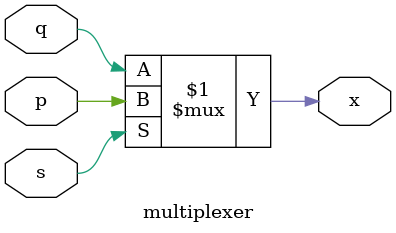
<source format=sv>
module multiplexer(
    input logic s, p, q,
    output logic x
);

    assign x = s ? p : q;

endmodule
</source>
